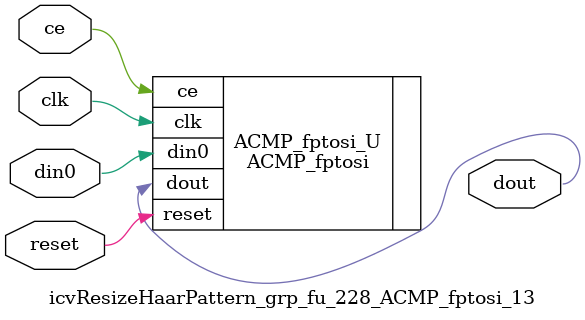
<source format=v>

`timescale 1 ns / 1 ps
module icvResizeHaarPattern_grp_fu_228_ACMP_fptosi_13(
    clk,
    reset,
    ce,
    din0,
    dout);

parameter ID = 32'd1;
parameter NUM_STAGE = 32'd1;
parameter din0_WIDTH = 32'd1;
parameter dout_WIDTH = 32'd1;
input clk;
input reset;
input ce;
input[din0_WIDTH - 1:0] din0;
output[dout_WIDTH - 1:0] dout;



ACMP_fptosi #(
.ID( ID ),
.NUM_STAGE( 3 ),
.din0_WIDTH( din0_WIDTH ),
.dout_WIDTH( dout_WIDTH ))
ACMP_fptosi_U(
    .clk( clk ),
    .reset( reset ),
    .ce( ce ),
    .din0( din0 ),
    .dout( dout ));

endmodule

</source>
